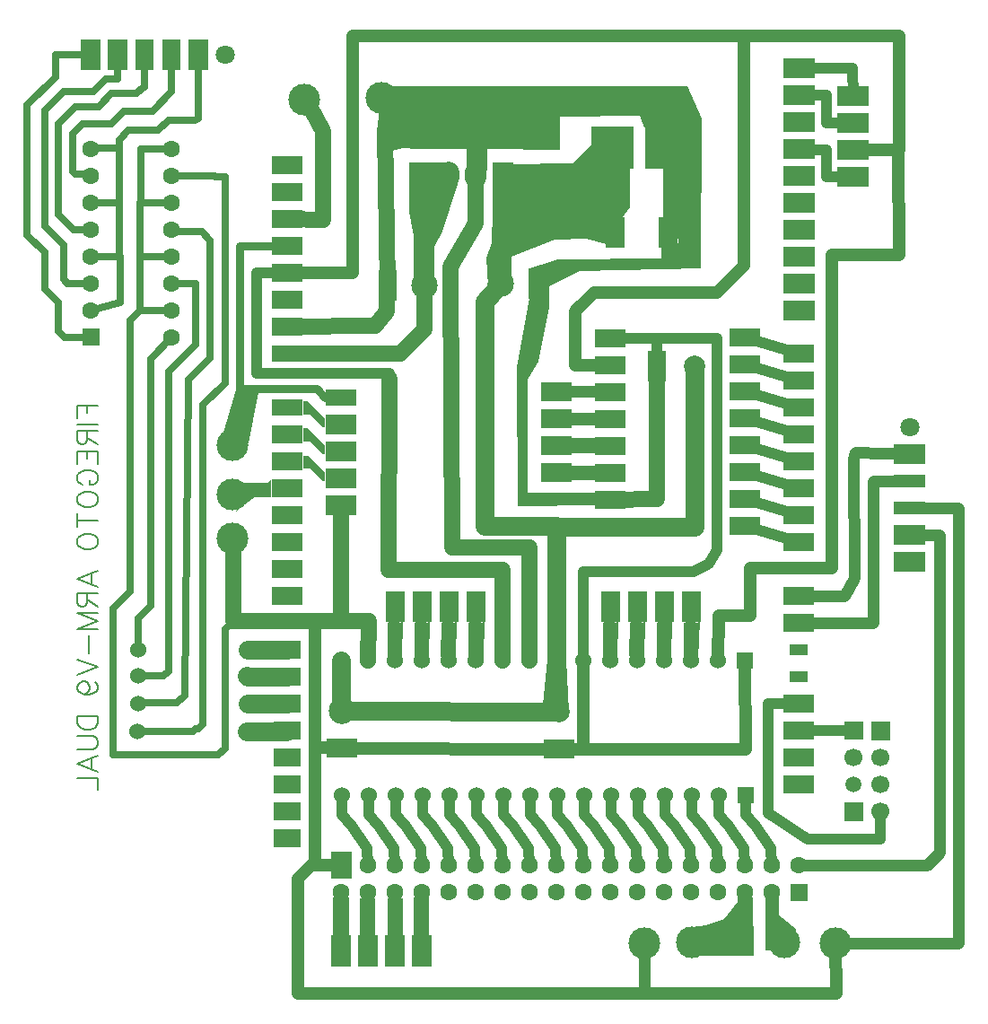
<source format=gbl>
G04 Layer: BottomLayer*
G04 EasyEDA v6.4.19.5, 2021-04-28T11:36:21--3:00*
G04 a7b3d4a08c6744a69a75d88212847143,e32968b322094deeae1279e20ae9dd51,10*
G04 Gerber Generator version 0.2*
G04 Scale: 100 percent, Rotated: No, Reflected: No *
G04 Dimensions in millimeters *
G04 leading zeros omitted , absolute positions ,4 integer and 5 decimal *
%FSLAX45Y45*%
%MOMM*%

%ADD11C,1.1000*%
%ADD12C,1.2000*%
%ADD14C,3.0000*%
%ADD15C,1.5240*%
%ADD16C,2.5000*%
%ADD17R,1.8000X2.9000*%
%ADD19C,1.7000*%
%ADD22C,1.5000*%
%ADD23R,2.9000X1.8000*%
%ADD24C,2.0000*%
%ADD26R,2.9000X1.5000*%
%ADD27R,1.8000X1.1000*%
%ADD28R,2.5000X1.8000*%
%ADD29C,1.8000*%
%ADD33C,1.6000*%
%ADD34C,0.7000*%
%ADD35C,0.8000*%
%ADD36C,1.0000*%
%ADD37C,0.2032*%

%LPD*%
D37*
X48637355Y4330890D02*
G01*
X48831317Y4330890D01*
X48637355Y4330890D02*
G01*
X48637355Y4210817D01*
X48729717Y4330890D02*
G01*
X48729717Y4256999D01*
X48637355Y4149857D02*
G01*
X48831317Y4149857D01*
X48637355Y4088897D02*
G01*
X48831317Y4088897D01*
X48637355Y4088897D02*
G01*
X48637355Y4005770D01*
X48646590Y3978061D01*
X48655825Y3968826D01*
X48674299Y3959588D01*
X48692772Y3959588D01*
X48711246Y3968826D01*
X48720481Y3978061D01*
X48729717Y4005770D01*
X48729717Y4088897D01*
X48729717Y4024243D02*
G01*
X48831317Y3959588D01*
X48637355Y3898628D02*
G01*
X48831317Y3898628D01*
X48637355Y3898628D02*
G01*
X48637355Y3778554D01*
X48729717Y3898628D02*
G01*
X48729717Y3824737D01*
X48831317Y3898628D02*
G01*
X48831317Y3778554D01*
X48683537Y3579050D02*
G01*
X48665063Y3588285D01*
X48646590Y3606759D01*
X48637355Y3625232D01*
X48637355Y3662177D01*
X48646590Y3680650D01*
X48665063Y3699123D01*
X48683537Y3708359D01*
X48711246Y3717594D01*
X48757425Y3717594D01*
X48785137Y3708359D01*
X48803608Y3699123D01*
X48822081Y3680650D01*
X48831317Y3662177D01*
X48831317Y3625232D01*
X48822081Y3606759D01*
X48803608Y3588285D01*
X48785137Y3579050D01*
X48757425Y3579050D01*
X48757425Y3625232D02*
G01*
X48757425Y3579050D01*
X48637355Y3462672D02*
G01*
X48646590Y3481146D01*
X48665063Y3499617D01*
X48683537Y3508855D01*
X48711246Y3518090D01*
X48757425Y3518090D01*
X48785137Y3508855D01*
X48803608Y3499617D01*
X48822081Y3481146D01*
X48831317Y3462672D01*
X48831317Y3425725D01*
X48822081Y3407255D01*
X48803608Y3388781D01*
X48785137Y3379546D01*
X48757425Y3370308D01*
X48711246Y3370308D01*
X48683537Y3379546D01*
X48665063Y3388781D01*
X48646590Y3407255D01*
X48637355Y3425725D01*
X48637355Y3462672D01*
X48637355Y3244695D02*
G01*
X48831317Y3244695D01*
X48637355Y3309348D02*
G01*
X48637355Y3180039D01*
X48637355Y3063661D02*
G01*
X48646590Y3082135D01*
X48665063Y3100605D01*
X48683537Y3109843D01*
X48711246Y3119079D01*
X48757425Y3119079D01*
X48785137Y3109843D01*
X48803608Y3100605D01*
X48822081Y3082135D01*
X48831317Y3063661D01*
X48831317Y3026714D01*
X48822081Y3008243D01*
X48803608Y2989770D01*
X48785137Y2980535D01*
X48757425Y2971297D01*
X48711246Y2971297D01*
X48683537Y2980535D01*
X48665063Y2989770D01*
X48646590Y3008243D01*
X48637355Y3026714D01*
X48637355Y3063661D01*
X48637355Y2694205D02*
G01*
X48831317Y2768097D01*
X48637355Y2694205D02*
G01*
X48831317Y2620314D01*
X48766663Y2740388D02*
G01*
X48766663Y2648026D01*
X48637355Y2559354D02*
G01*
X48831317Y2559354D01*
X48637355Y2559354D02*
G01*
X48637355Y2476228D01*
X48646590Y2448519D01*
X48655825Y2439283D01*
X48674299Y2430045D01*
X48692772Y2430045D01*
X48711246Y2439283D01*
X48720481Y2448519D01*
X48729717Y2476228D01*
X48729717Y2559354D01*
X48729717Y2494701D02*
G01*
X48831317Y2430045D01*
X48637355Y2369085D02*
G01*
X48831317Y2369085D01*
X48637355Y2369085D02*
G01*
X48831317Y2295194D01*
X48637355Y2221306D02*
G01*
X48831317Y2295194D01*
X48637355Y2221306D02*
G01*
X48831317Y2221306D01*
X48748190Y2160346D02*
G01*
X48748190Y1994090D01*
X48637355Y1933130D02*
G01*
X48831317Y1859239D01*
X48637355Y1785348D02*
G01*
X48831317Y1859239D01*
X48702008Y1604314D02*
G01*
X48729717Y1613552D01*
X48748190Y1632026D01*
X48757425Y1659735D01*
X48757425Y1668970D01*
X48748190Y1696679D01*
X48729717Y1715152D01*
X48702008Y1724388D01*
X48692772Y1724388D01*
X48665063Y1715152D01*
X48646590Y1696679D01*
X48637355Y1668970D01*
X48637355Y1659735D01*
X48646590Y1632026D01*
X48665063Y1613552D01*
X48702008Y1604314D01*
X48748190Y1604314D01*
X48794372Y1613552D01*
X48822081Y1632026D01*
X48831317Y1659735D01*
X48831317Y1678205D01*
X48822081Y1705914D01*
X48803608Y1715152D01*
X48637355Y1401114D02*
G01*
X48831317Y1401114D01*
X48637355Y1401114D02*
G01*
X48637355Y1336461D01*
X48646590Y1308752D01*
X48665063Y1290279D01*
X48683537Y1281043D01*
X48711246Y1271805D01*
X48757425Y1271805D01*
X48785137Y1281043D01*
X48803608Y1290279D01*
X48822081Y1308752D01*
X48831317Y1336461D01*
X48831317Y1401114D01*
X48637355Y1210845D02*
G01*
X48775899Y1210845D01*
X48803608Y1201610D01*
X48822081Y1183137D01*
X48831317Y1155428D01*
X48831317Y1136954D01*
X48822081Y1109245D01*
X48803608Y1090775D01*
X48775899Y1081537D01*
X48637355Y1081537D01*
X48637355Y946685D02*
G01*
X48831317Y1020577D01*
X48637355Y946685D02*
G01*
X48831317Y872794D01*
X48766663Y992868D02*
G01*
X48766663Y900506D01*
X48637355Y811834D02*
G01*
X48831317Y811834D01*
X48831317Y811834D02*
G01*
X48831317Y700999D01*
G36*
X50768199Y4365294D02*
G01*
X50768199Y4245965D01*
X50770790Y4243374D01*
X50831699Y4243374D01*
X50953568Y4121454D01*
X50971399Y4121454D01*
X50971399Y4205274D01*
X50811379Y4365294D01*
G37*
G36*
X50461367Y3630574D02*
G01*
X50432309Y3601516D01*
X50087580Y3601516D01*
X50063806Y3586378D01*
X50195480Y3526688D01*
X50197410Y3467455D01*
X50196699Y3457194D01*
X50134316Y3331718D01*
X50215393Y3394201D01*
X50319889Y3469081D01*
X50321667Y3467303D01*
X50461367Y3467303D01*
G37*
G36*
X51637895Y2307488D02*
G01*
X51563879Y2276500D01*
X51562812Y1960473D01*
X51649172Y1973173D01*
X51701192Y1949094D01*
X51711402Y2293772D01*
X51686002Y2279294D01*
X51655218Y2291994D01*
G37*
G36*
X54898798Y-313690D02*
G01*
X54739286Y-516890D01*
X54569360Y-575106D01*
X54368395Y-603605D01*
X54375812Y-694994D01*
X54565092Y-601929D01*
X54575202Y-602132D01*
X54597096Y-600405D01*
X54939387Y-688035D01*
G37*
G36*
X55241088Y-467614D02*
G01*
X55239767Y-550214D01*
X55227067Y-665734D01*
X55353610Y-674725D01*
X55429099Y-621334D01*
G37*
G36*
X51890879Y2310180D02*
G01*
X51816863Y2279192D01*
X51815796Y1963216D01*
X51902207Y1975916D01*
X51954226Y1951837D01*
X51964386Y2296515D01*
X51938986Y2281986D01*
X51908202Y2294686D01*
G37*
G36*
X52142390Y2306370D02*
G01*
X52068374Y2275382D01*
X52067307Y1959406D01*
X52153667Y1972106D01*
X52205686Y1948027D01*
X52215897Y2292705D01*
X52190497Y2278176D01*
X52159712Y2290876D01*
G37*
G36*
X52403603Y2309164D02*
G01*
X52329587Y2278176D01*
X52328521Y1962200D01*
X52414881Y1974900D01*
X52466900Y1950821D01*
X52477111Y2295499D01*
X52451711Y2280970D01*
X52420875Y2293670D01*
G37*
G36*
X53670504Y2309774D02*
G01*
X53596489Y2278786D01*
X53595371Y1962810D01*
X53681782Y1975510D01*
X53733801Y1951431D01*
X53743961Y2296109D01*
X53718561Y2281580D01*
X53687776Y2294280D01*
G37*
G36*
X53920694Y2309774D02*
G01*
X53846679Y2278786D01*
X53845612Y1962810D01*
X53931972Y1975510D01*
X53983991Y1951431D01*
X53994202Y2296109D01*
X53968802Y2281580D01*
X53938017Y2294280D01*
G37*
G36*
X54176015Y2311095D02*
G01*
X54102000Y2280107D01*
X54100882Y1964080D01*
X54187293Y1976831D01*
X54239312Y1952701D01*
X54249472Y2297379D01*
X54224072Y2282901D01*
X54193287Y2295601D01*
G37*
G36*
X54434689Y2304897D02*
G01*
X54360673Y2273909D01*
X54359606Y1957882D01*
X54445966Y1970633D01*
X54497986Y1946503D01*
X54508196Y2291181D01*
X54482796Y2276703D01*
X54452012Y2289403D01*
G37*
G36*
X50769012Y4113479D02*
G01*
X50769012Y3994200D01*
X50771602Y3991610D01*
X50832512Y3991610D01*
X50954381Y3869690D01*
X50972212Y3869690D01*
X50972212Y3953510D01*
X50812192Y4113479D01*
G37*
G36*
X50771399Y3856583D02*
G01*
X50771399Y3737305D01*
X50773990Y3734714D01*
X50834899Y3734714D01*
X50956768Y3612794D01*
X50974599Y3612794D01*
X50974599Y3696614D01*
X50814579Y3856583D01*
G37*
G36*
X53070404Y1934006D02*
G01*
X53027376Y1509979D01*
X53185466Y1516481D01*
X53275077Y1444193D01*
X53249677Y1924710D01*
X53216708Y1875891D01*
X53179573Y1863191D01*
X53147010Y1863394D01*
G37*
G36*
X54390798Y7340701D02*
G01*
X51579678Y7337094D01*
X51522884Y7257592D01*
X51618489Y7198410D01*
X51572007Y6973773D01*
X51576986Y6720382D01*
X51712266Y6753402D01*
X51845108Y6750812D01*
X52307388Y6746392D01*
X52306016Y6556705D01*
X52501088Y6544970D01*
X52502714Y6744462D01*
X53189581Y6743700D01*
X53192984Y7055967D01*
X53942894Y7059675D01*
X53987293Y6950608D01*
X54388105Y6934911D01*
X54374491Y6579108D01*
X54163264Y6578092D01*
X54160369Y6094577D01*
X54291077Y6089396D01*
X54299307Y5939790D01*
X54306012Y5855208D01*
X54144265Y5853176D01*
X54148380Y5717794D01*
X53174087Y5707075D01*
X52878685Y5617006D01*
X53053488Y5602376D01*
X53065984Y5377586D01*
X52899767Y5341010D01*
X52784400Y4690770D01*
X52788769Y3382568D01*
X53526994Y3382975D01*
X53529788Y3504184D01*
X52884882Y3504184D01*
X52888692Y4570577D01*
X52985771Y4741011D01*
X53086711Y5251602D01*
X53087879Y5454904D01*
X53375661Y5592876D01*
X54522166Y5623204D01*
X54531971Y7037882D01*
G37*
G36*
X52106322Y6622084D02*
G01*
X51765301Y6621678D01*
X51766216Y6157163D01*
X51814018Y5925108D01*
X51809802Y5532069D01*
X52002690Y5551474D01*
X52008786Y5824880D01*
X52083614Y5971286D01*
X52226870Y6418986D01*
X52082598Y6407810D01*
X52060602Y6500774D01*
G37*
G36*
X53519984Y6815378D02*
G01*
X53304694Y6609689D01*
X52702409Y6604863D01*
X52748383Y6515100D01*
X52726386Y6430010D01*
X52636166Y6401104D01*
X52553311Y6466586D01*
X52551990Y6154470D01*
X52550212Y5863386D01*
X52499005Y5723280D01*
X52511198Y5456682D01*
X52566976Y5560314D01*
X52732889Y5513273D01*
X52734514Y5734304D01*
X53143404Y5894273D01*
X53434792Y5899302D01*
X53632506Y5852312D01*
X53641396Y6092901D01*
X53770580Y6099810D01*
X53848914Y6200597D01*
X53848101Y6569506D01*
X53495905Y6598412D01*
G37*
G36*
X50139803Y4505909D02*
G01*
X49988622Y3984904D01*
X50102109Y4082287D01*
X50154128Y4058208D01*
X50249785Y3968292D01*
X50345492Y4450689D01*
X50152401Y4473092D01*
G37*
D22*
X51565771Y7120524D02*
G01*
X51540371Y6906905D01*
X51562980Y5460377D01*
D12*
X50619596Y5575985D02*
G01*
X51233585Y5575985D01*
X51233585Y7811391D01*
X56389785Y7811391D01*
X56389785Y6739387D01*
D34*
X49807875Y5967984D02*
G01*
X49890934Y5884926D01*
X49890934Y4772660D01*
X49688750Y4570476D01*
X49650650Y1593342D01*
X49577752Y1520444D01*
X49212500Y1520444D01*
X49209706Y1517395D01*
X49936400Y6488937D02*
G01*
X50028856Y6488937D01*
X50028856Y4542281D01*
X49823116Y4338065D01*
X49823116Y1321054D01*
X49780698Y1278636D01*
X49752758Y1278636D01*
X49724818Y1250695D01*
X49205134Y1250950D01*
X50108104Y2297684D02*
G01*
X50105309Y2297684D01*
X50029109Y2221484D01*
X50029109Y1092200D01*
X49968404Y1031494D01*
X48971200Y1031494D01*
X48971200Y2414523D01*
X49131220Y2574289D01*
X49131220Y5127497D01*
X49223675Y5220207D01*
X49207674Y1775460D02*
G01*
X49449482Y1775460D01*
X49494948Y1820926D01*
X49494948Y4644389D01*
X49647348Y4797044D01*
X48764952Y5225034D02*
G01*
X49039002Y5298688D01*
X49041558Y5733034D01*
X48764952Y5733034D01*
X48762805Y7635087D02*
G01*
X48431203Y7635087D01*
X48431203Y7429586D01*
X48164003Y7162385D01*
X48164003Y5936289D01*
X48329603Y5770689D01*
X48329603Y5427789D01*
X48456603Y5300789D01*
X48456603Y5031188D01*
X48516905Y4970886D01*
X48764901Y4970886D01*
X49016920Y7634986D02*
G01*
X49016920Y7409179D01*
X48906429Y7409179D01*
X48791368Y7294118D01*
X48508920Y7294118D01*
X48328579Y7113778D01*
X48328579Y6022594D01*
X48507141Y5843778D01*
X48507141Y5518150D01*
X48544479Y5480812D01*
X48764952Y5479034D01*
X49270920Y7634986D02*
G01*
X49270920Y7334504D01*
X49262029Y7334504D01*
X49197768Y7270242D01*
X48960786Y7270242D01*
X48838866Y7148068D01*
X48618648Y7148068D01*
X48459390Y6989063D01*
X48459390Y6128765D01*
X48601629Y5986526D01*
X48764952Y5987034D01*
X49524805Y7635087D02*
G01*
X49524805Y7285888D01*
X49342202Y7103285D01*
X49074603Y7103285D01*
X48959503Y6988185D01*
X48685500Y6988185D01*
X48591901Y6894586D01*
X48591901Y6536687D01*
X48620502Y6508087D01*
X48751726Y6508087D01*
X48764901Y6494912D01*
X49032159Y6754113D02*
G01*
X49032159Y6837045D01*
X49120201Y6925086D01*
X49400901Y6925086D01*
X49494500Y7018685D01*
X49742001Y7018685D01*
X49778805Y7035180D01*
X49778805Y7635087D01*
X49647348Y4797044D02*
G01*
X49754790Y4904486D01*
X49754790Y5479034D01*
X49526952Y5479034D01*
X48928782Y5731510D02*
G01*
X49036986Y5731510D01*
X49036986Y6241034D01*
X48764952Y6241034D01*
X48928782Y6239510D02*
G01*
X49032159Y6239510D01*
X49032159Y6754113D01*
X48770286Y6754113D01*
X48764952Y6749034D01*
X49236375Y6236207D02*
G01*
X49236375Y6749034D01*
X49526952Y6749034D01*
X49223675Y5731763D02*
G01*
X49223675Y6241034D01*
X49526952Y6241034D01*
D35*
X51127406Y4403089D02*
G01*
X50974752Y4403089D01*
X50892456Y4485639D01*
X50164491Y4485639D01*
X50164491Y5830062D01*
X50619659Y5830062D01*
D36*
X50619659Y5576062D02*
G01*
X50329591Y5576062D01*
X50329591Y4628642D01*
X51582320Y4628642D01*
D34*
X49212017Y2024682D02*
G01*
X49212017Y2322611D01*
X49325695Y2436291D01*
X49325695Y4769700D01*
X49526901Y4970906D01*
X49807799Y5967989D02*
G01*
X49545819Y5967989D01*
X49526901Y5986906D01*
X49936300Y6488887D02*
G01*
X49930281Y6494906D01*
X49526901Y6494906D01*
X49446903Y5220207D02*
G01*
X49223797Y5220207D01*
X49223797Y5731885D01*
X49525880Y5731885D01*
X49526901Y5732906D01*
D35*
X50087022Y3060954D02*
G01*
X50100229Y3074162D01*
D29*
X54457810Y4702190D02*
G01*
X54457564Y3187585D01*
X53667360Y3187585D01*
X53158344Y1920382D02*
G01*
X53159621Y3187585D01*
X53667360Y3187585D01*
X51131180Y1444386D02*
G01*
X53182479Y1437782D01*
X51126344Y1920382D02*
G01*
X51126344Y1449212D01*
X51131180Y1444386D01*
D36*
X55445360Y1260744D02*
G01*
X55737968Y1260490D01*
X55960182Y1261998D01*
X54935290Y4968290D02*
G01*
X55445385Y4816889D01*
D22*
X52398190Y6499588D02*
G01*
X52397286Y6045992D01*
X52160995Y5635691D01*
X52173385Y2986097D01*
X52904887Y2986097D01*
X52904293Y1920394D01*
D12*
X54682293Y1920394D02*
G01*
X54692588Y2348796D01*
X54987080Y2345298D01*
X54988581Y2795597D01*
X55759586Y2796496D01*
X55758184Y5751294D01*
X56389178Y5750593D01*
X56380075Y6739387D01*
X55954775Y6740182D01*
D36*
X55445360Y1514744D02*
G01*
X55151995Y1512712D01*
X55155553Y482993D01*
X55522776Y233700D01*
X56215681Y233304D01*
X56216786Y498200D01*
D22*
X51912987Y5460377D02*
G01*
X51912987Y5043312D01*
X51683879Y4813947D01*
X50619621Y4813947D01*
D36*
X54935290Y4714290D02*
G01*
X55445385Y4562889D01*
X54935290Y4460290D02*
G01*
X55445385Y4308889D01*
X54935290Y4206290D02*
G01*
X55445385Y4054889D01*
X54935290Y3952290D02*
G01*
X55445385Y3800889D01*
X54935290Y3698290D02*
G01*
X55445385Y3546889D01*
X54935290Y3190290D02*
G01*
X55445385Y3038889D01*
X51128886Y651654D02*
G01*
X51129145Y466232D01*
X51218294Y369966D01*
X51372493Y151803D01*
X51381360Y-8999D01*
X51382797Y651598D02*
G01*
X51383046Y466183D01*
X51472208Y369915D01*
X51626394Y151752D01*
X51635273Y-9055D01*
X51636797Y651598D02*
G01*
X51637046Y466183D01*
X51726208Y369915D01*
X51880394Y151752D01*
X51889273Y-9055D01*
X51890797Y651598D02*
G01*
X51891046Y466183D01*
X51980208Y369915D01*
X52134394Y151752D01*
X52143273Y-9055D01*
X52144797Y651598D02*
G01*
X52145046Y466183D01*
X52234208Y369915D01*
X52388394Y151752D01*
X52397273Y-9055D01*
X52398797Y651598D02*
G01*
X52399046Y466183D01*
X52488208Y369915D01*
X52642394Y151752D01*
X52651273Y-9055D01*
X52652797Y651598D02*
G01*
X52653046Y466183D01*
X52742208Y369915D01*
X52896394Y151752D01*
X52905273Y-9055D01*
X52906797Y651598D02*
G01*
X52907046Y466183D01*
X52996208Y369915D01*
X53150394Y151752D01*
X53159273Y-9055D01*
X53160797Y651598D02*
G01*
X53161046Y466183D01*
X53250208Y369915D01*
X53404394Y151752D01*
X53413273Y-9055D01*
X53414797Y651598D02*
G01*
X53415046Y466183D01*
X53504208Y369915D01*
X53658394Y151752D01*
X53667273Y-9055D01*
X53922797Y651598D02*
G01*
X53923046Y466183D01*
X54012208Y369915D01*
X54166394Y151752D01*
X54175273Y-9055D01*
X54176797Y651598D02*
G01*
X54177046Y466183D01*
X54266208Y369915D01*
X54420394Y151752D01*
X54429273Y-9055D01*
X54430797Y651598D02*
G01*
X54431046Y466183D01*
X54520208Y369915D01*
X54674394Y151752D01*
X54683273Y-9055D01*
X54684797Y651598D02*
G01*
X54685046Y466183D01*
X54774208Y369915D01*
X54928394Y151752D01*
X54937273Y-9055D01*
X54938797Y651598D02*
G01*
X54939046Y466183D01*
X55028208Y369915D01*
X55182394Y151752D01*
X55191273Y-9055D01*
X53668797Y651598D02*
G01*
X53669046Y466183D01*
X53758208Y369915D01*
X53912394Y151752D01*
X53921273Y-9055D01*
X55446896Y7509388D02*
G01*
X55952478Y7508587D01*
X55954775Y7248182D01*
X55446886Y7255400D02*
G01*
X55703180Y7255400D01*
X55704445Y6995050D01*
X55954886Y6994286D01*
X55446896Y6747388D02*
G01*
X55704084Y6743692D01*
X55704084Y6484686D01*
X55954775Y6486182D01*
D22*
X50619596Y6083985D02*
G01*
X50952090Y6082294D01*
X50953888Y6920090D01*
X50847688Y7117087D01*
D36*
X54935290Y3444290D02*
G01*
X55445385Y3292889D01*
D22*
X50110344Y2949336D02*
G01*
X50108098Y2297798D01*
X51124060Y2296805D01*
D12*
X54936344Y1920382D02*
G01*
X54943461Y1084719D01*
X53182479Y1087770D01*
X53412344Y1920382D02*
G01*
X53413111Y1090559D01*
D22*
X50619621Y5067947D02*
G01*
X51441822Y5077094D01*
X51559929Y5211709D01*
X51562980Y5460377D01*
X52650293Y1920394D02*
G01*
X52650293Y2777799D01*
X51573485Y2777799D01*
X51573485Y2777799D02*
G01*
X51582391Y4582894D01*
D12*
X53667360Y4711585D02*
G01*
X53332087Y4711585D01*
X53332087Y5217050D01*
X53379588Y5264543D01*
X53382887Y5264543D01*
X53508102Y5389765D01*
X54669903Y5389765D01*
X54923903Y5643765D01*
X54923903Y7811401D01*
D11*
X55445472Y2276800D02*
G01*
X56148884Y2276800D01*
X56148884Y3611895D01*
X56152270Y3615281D01*
X56488286Y3615281D01*
X55445472Y2530800D02*
G01*
X55869893Y2530800D01*
X55964188Y2704998D01*
X55959486Y3837691D01*
X55978488Y3889291D01*
X56488286Y3869281D01*
X55445360Y-8999D02*
G01*
X56653137Y-8999D01*
X56774036Y111650D01*
X56774036Y3104019D01*
X56770737Y3107324D01*
X56488286Y3107324D01*
X53983087Y-743318D02*
G01*
X53983087Y-1216771D01*
X56488286Y3361324D02*
G01*
X56952852Y3361324D01*
X56952852Y-746871D01*
X55792080Y-745855D01*
D12*
X50880690Y-11498D02*
G01*
X50844996Y-11498D01*
X50721691Y-134797D01*
X50721691Y-1216698D01*
X55801679Y-1216698D01*
X55790777Y-744595D01*
X55792067Y-745817D01*
X51131180Y1094374D02*
G01*
X53182479Y1087770D01*
X51131180Y1094374D02*
G01*
X50899392Y1096898D01*
X50881732Y2297048D02*
G01*
X50880690Y-11498D01*
X51127398Y-9088D01*
D22*
X51127398Y3387089D02*
G01*
X51124086Y2296800D01*
X51383097Y2296800D01*
X51380293Y1920394D01*
X53667360Y3441585D02*
G01*
X54107803Y3443620D01*
X54107803Y4702190D01*
D36*
X54107880Y4702284D02*
G01*
X54107880Y4965585D01*
X53667360Y4965585D02*
G01*
X54673710Y4965585D01*
X54675483Y2961596D01*
X54596680Y2837698D01*
X54454785Y2759600D01*
X53408287Y2762897D01*
X53410185Y1919000D01*
X53410482Y1921299D01*
D29*
X52628502Y5474347D02*
G01*
X52476090Y5311889D01*
X52479661Y5068201D01*
X52479661Y3192919D01*
X53159621Y3192919D01*
X50239625Y1517395D02*
G01*
X50617097Y1517395D01*
X50619596Y1514896D01*
X50235231Y1250899D02*
G01*
X50609599Y1250899D01*
X50619596Y1260896D01*
X50242038Y2024684D02*
G01*
X50617808Y2024684D01*
X50619596Y2022896D01*
X50237821Y1775510D02*
G01*
X50244435Y1768896D01*
X50619596Y1768896D01*
G36*
X53301391Y4513376D02*
G01*
X53533700Y4513376D01*
X53533700Y4402785D01*
X53301391Y4402785D01*
G37*
G36*
X53299614Y4255795D02*
G01*
X53546425Y4255795D01*
X53546425Y4139692D01*
X53299614Y4139692D01*
G37*
G36*
X53290800Y4019575D02*
G01*
X53541193Y4019575D01*
X53541193Y3876268D01*
X53290800Y3876268D01*
G37*
G36*
X53279903Y3761994D02*
G01*
X53559303Y3761994D01*
X53559303Y3620490D01*
X53279903Y3620490D01*
G37*
G36*
X54864889Y-313715D02*
G01*
X55013885Y-313715D01*
X55013885Y-747217D01*
X54864889Y-747217D01*
G37*
G36*
X54488994Y-584606D02*
G01*
X55017289Y-584606D01*
X55017289Y-862304D01*
X54488994Y-862304D01*
G37*
G36*
X55128007Y-310997D02*
G01*
X55256709Y-310997D01*
X55256709Y-815594D01*
X55128007Y-815594D01*
G37*
G36*
X51050113Y-310794D02*
G01*
X51202107Y-310794D01*
X51202107Y-733907D01*
X51050113Y-733907D01*
G37*
G36*
X51305612Y-319074D02*
G01*
X51448512Y-319074D01*
X51448512Y-714984D01*
X51305612Y-714984D01*
G37*
G36*
X51565302Y-317982D02*
G01*
X51708202Y-317982D01*
X51708202Y-737488D01*
X51565302Y-737488D01*
G37*
G36*
X51813307Y-314477D02*
G01*
X51956208Y-314477D01*
X51956208Y-733983D01*
X51813307Y-733983D01*
G37*
D14*
G01*
X53983000Y-743280D03*
G01*
X54433012Y-733374D03*
G01*
X55305198Y-732993D03*
G01*
X55792090Y-745794D03*
G01*
X50779705Y7215606D03*
G01*
X51501598Y7228890D03*
G01*
X50100204Y3953814D03*
G01*
X50097410Y3484905D03*
G01*
X50100204Y3074212D03*
D15*
G01*
X50242038Y2024684D03*
G01*
X49212017Y2024684D03*
G01*
X50237821Y1775485D03*
G01*
X49207800Y1775485D03*
G01*
X50239625Y1517395D03*
G01*
X49209604Y1517395D03*
G01*
X50235231Y1250899D03*
G01*
X49205210Y1250899D03*
D16*
G01*
X52628495Y5474284D03*
D17*
G01*
X52978481Y5474284D03*
G36*
X54119884Y6107793D02*
G01*
X54299883Y6107793D01*
X54299883Y5817791D01*
X54119884Y5817791D01*
G37*
G36*
X53619885Y6107793D02*
G01*
X53799884Y6107793D01*
X53799884Y5817791D01*
X53619885Y5817791D01*
G37*
G36*
X52752261Y6374622D02*
G01*
X52552109Y6374622D01*
X52552109Y6624558D01*
X52752261Y6624558D01*
G37*
D19*
G01*
X56216702Y498220D03*
G36*
X56052679Y1175202D02*
G01*
X56052679Y1345201D01*
X55872679Y1345201D01*
X55872679Y1175202D01*
G37*
G36*
X56306684Y1170211D02*
G01*
X56306684Y1350210D01*
X56126684Y1350210D01*
X56126684Y1170211D01*
G37*
G01*
X55962702Y1006220D03*
G01*
X56216702Y1006220D03*
D22*
G01*
X55962702Y752220D03*
D19*
G01*
X56216702Y752220D03*
G36*
X56052684Y408211D02*
G01*
X56052684Y588210D01*
X55872684Y588210D01*
X55872684Y408211D01*
G37*
D16*
G01*
X51131317Y1444320D03*
G36*
X50986288Y1184295D02*
G01*
X51276290Y1184295D01*
X51276290Y1004293D01*
X50986288Y1004293D01*
G37*
D24*
G01*
X53182596Y1437919D03*
G36*
X53037585Y1177894D02*
G01*
X53327587Y1177894D01*
X53327587Y997892D01*
X53037585Y997892D01*
G37*
D16*
G01*
X51913129Y5460517D03*
D17*
G01*
X51563092Y5460492D03*
D24*
G01*
X54457904Y4702302D03*
D17*
G01*
X54107867Y4702302D03*
G36*
X53992485Y6961090D02*
G01*
X54392484Y6961090D01*
X54392484Y6561091D01*
X53992485Y6561091D01*
G37*
G36*
X53484485Y6961090D02*
G01*
X53884484Y6961090D01*
X53884484Y6561091D01*
X53484485Y6561091D01*
G37*
D26*
G01*
X51127406Y4403089D03*
G36*
X51272389Y3297097D02*
G01*
X51272389Y3477097D01*
X50982387Y3477097D01*
X50982387Y3297097D01*
G37*
G36*
X51272389Y3551097D02*
G01*
X51272389Y3731097D01*
X50982387Y3731097D01*
X50982387Y3551097D01*
G37*
G36*
X51272389Y3805097D02*
G01*
X51272389Y3985097D01*
X50982387Y3985097D01*
X50982387Y3805097D01*
G37*
G36*
X51272389Y4059097D02*
G01*
X51272389Y4239097D01*
X50982387Y4239097D01*
X50982387Y4059097D01*
G37*
D23*
G01*
X55445482Y752805D03*
G01*
X55445482Y2530805D03*
G01*
X55445482Y2276805D03*
D27*
G01*
X55445482Y2022805D03*
G01*
X55445482Y1768805D03*
D23*
G01*
X55445482Y1514805D03*
G01*
X55445482Y1260805D03*
G01*
X55445482Y1006805D03*
G01*
X53667482Y3187598D03*
G01*
X53667482Y4965598D03*
G01*
X53667482Y4711598D03*
G01*
X53667482Y4457598D03*
G01*
X53667482Y4203598D03*
G01*
X53667482Y3949598D03*
G01*
X53667482Y3695598D03*
G01*
X53667482Y3441598D03*
G01*
X55445380Y4816906D03*
G01*
X55445380Y3038906D03*
G01*
X55445380Y3292906D03*
G01*
X55445380Y3546906D03*
G01*
X55445380Y3800906D03*
G01*
X55445380Y4054906D03*
G01*
X55445380Y4308906D03*
G01*
X55445380Y4562906D03*
G01*
X54935272Y4968290D03*
G01*
X54935272Y3190290D03*
G01*
X54935272Y3444290D03*
G01*
X54935272Y3698290D03*
G01*
X54935272Y3952290D03*
G01*
X54935272Y4206290D03*
G01*
X54935272Y4460290D03*
G01*
X54935272Y4714290D03*
D28*
G01*
X50619583Y2022906D03*
G01*
X50619583Y244906D03*
G01*
X50619583Y498906D03*
G01*
X50619583Y752906D03*
G01*
X50619583Y1006906D03*
G01*
X50619583Y1260906D03*
G01*
X50619583Y1514906D03*
G01*
X50619583Y1768906D03*
D26*
G01*
X50619583Y4309186D03*
D23*
G01*
X50619583Y2531186D03*
G01*
X50619583Y2785186D03*
G01*
X50619583Y3039186D03*
G01*
X50619583Y3293186D03*
G01*
X50619583Y3547186D03*
G01*
X50619583Y3801186D03*
G01*
X50619583Y4055186D03*
G36*
X53302283Y4369894D02*
G01*
X53302283Y4549896D01*
X53012286Y4549896D01*
X53012286Y4369894D01*
G37*
G36*
X53302283Y3607894D02*
G01*
X53302283Y3787896D01*
X53012286Y3787896D01*
X53012286Y3607894D01*
G37*
G36*
X53302283Y3861894D02*
G01*
X53302283Y4041896D01*
X53012286Y4041896D01*
X53012286Y3861894D01*
G37*
G36*
X53302283Y4115894D02*
G01*
X53302283Y4295896D01*
X53012286Y4295896D01*
X53012286Y4115894D01*
G37*
G36*
X56633280Y2763296D02*
G01*
X56633280Y2943296D01*
X56343278Y2943296D01*
X56343278Y2763296D01*
G37*
D29*
G01*
X56488304Y4123283D03*
G36*
X56633280Y3779296D02*
G01*
X56633280Y3959296D01*
X56343278Y3959296D01*
X56343278Y3779296D01*
G37*
G36*
X56633280Y3555296D02*
G01*
X56633280Y3675296D01*
X56343278Y3675296D01*
X56343278Y3555296D01*
G37*
G36*
X56633280Y3301296D02*
G01*
X56633280Y3421296D01*
X56343278Y3421296D01*
X56343278Y3301296D01*
G37*
G36*
X56633280Y3017296D02*
G01*
X56633280Y3197296D01*
X56343278Y3197296D01*
X56343278Y3017296D01*
G37*
G36*
X55591882Y5133388D02*
G01*
X55591882Y5313385D01*
X55301880Y5313385D01*
X55301880Y5133388D01*
G37*
G36*
X55591882Y7419388D02*
G01*
X55591882Y7599385D01*
X55301880Y7599385D01*
X55301880Y7419388D01*
G37*
G36*
X55591882Y7165388D02*
G01*
X55591882Y7345385D01*
X55301880Y7345385D01*
X55301880Y7165388D01*
G37*
G36*
X55591882Y6911388D02*
G01*
X55591882Y7091385D01*
X55301880Y7091385D01*
X55301880Y6911388D01*
G37*
G36*
X55591882Y6657388D02*
G01*
X55591882Y6837385D01*
X55301880Y6837385D01*
X55301880Y6657388D01*
G37*
G36*
X55591882Y6403388D02*
G01*
X55591882Y6583385D01*
X55301880Y6583385D01*
X55301880Y6403388D01*
G37*
G36*
X55591882Y6149388D02*
G01*
X55591882Y6329385D01*
X55301880Y6329385D01*
X55301880Y6149388D01*
G37*
G36*
X55591882Y5895388D02*
G01*
X55591882Y6075385D01*
X55301880Y6075385D01*
X55301880Y5895388D01*
G37*
G36*
X55591882Y5641388D02*
G01*
X55591882Y5821385D01*
X55301880Y5821385D01*
X55301880Y5641388D01*
G37*
G36*
X55591882Y5387388D02*
G01*
X55591882Y5567385D01*
X55301880Y5567385D01*
X55301880Y5387388D01*
G37*
G36*
X54339683Y2282898D02*
G01*
X54519682Y2282898D01*
X54519682Y2572900D01*
X54339683Y2572900D01*
G37*
G36*
X53577683Y2282898D02*
G01*
X53757682Y2282898D01*
X53757682Y2572900D01*
X53577683Y2572900D01*
G37*
G36*
X53831683Y2282898D02*
G01*
X54011682Y2282898D01*
X54011682Y2572900D01*
X53831683Y2572900D01*
G37*
G36*
X54085683Y2282898D02*
G01*
X54265682Y2282898D01*
X54265682Y2572900D01*
X54085683Y2572900D01*
G37*
D15*
G01*
X51126313Y1920417D03*
G36*
X55012485Y1996600D02*
G01*
X54860085Y1996600D01*
X54860085Y1844200D01*
X55012485Y1844200D01*
G37*
G01*
X54682313Y1920417D03*
G01*
X54428313Y1920417D03*
G01*
X54174313Y1920417D03*
G01*
X53920313Y1920417D03*
G01*
X53666313Y1920417D03*
G01*
X53412313Y1920417D03*
G01*
X53158313Y1920417D03*
G01*
X52904313Y1920417D03*
G01*
X52650313Y1920417D03*
G01*
X52396313Y1920417D03*
G01*
X52142313Y1920417D03*
G01*
X51888313Y1920417D03*
G01*
X51634313Y1920417D03*
G01*
X51380313Y1920417D03*
G01*
X51128802Y651611D03*
G36*
X55014985Y727803D02*
G01*
X54862585Y727803D01*
X54862585Y575403D01*
X55014985Y575403D01*
G37*
G01*
X54684802Y651611D03*
G01*
X54430802Y651611D03*
G01*
X54176802Y651611D03*
G01*
X53922802Y651611D03*
G01*
X53668802Y651611D03*
G01*
X53414802Y651611D03*
G01*
X53160802Y651611D03*
G01*
X52906802Y651611D03*
G01*
X52652802Y651611D03*
G01*
X52398802Y651611D03*
G01*
X52144802Y651611D03*
G01*
X51890802Y651611D03*
G01*
X51636802Y651611D03*
G01*
X51382802Y651611D03*
G36*
X51027398Y115915D02*
G01*
X51227398Y115915D01*
X51227398Y-134086D01*
X51027398Y-134086D01*
G37*
G36*
X55525385Y-183095D02*
G01*
X55365385Y-183095D01*
X55365385Y-343095D01*
X55525385Y-343095D01*
G37*
D33*
G01*
X55445406Y-9067D03*
G01*
X55191406Y-263067D03*
G01*
X55191406Y-9067D03*
G01*
X54937406Y-263067D03*
G01*
X54937406Y-9067D03*
G01*
X54683406Y-263067D03*
G01*
X54683406Y-9067D03*
G01*
X54429406Y-263067D03*
G01*
X54429406Y-9067D03*
G01*
X54175406Y-263067D03*
G01*
X54175406Y-9067D03*
G01*
X53921406Y-263067D03*
G01*
X53921406Y-9067D03*
G01*
X53667406Y-263067D03*
G01*
X53667406Y-9067D03*
G01*
X53413406Y-263067D03*
G01*
X53413406Y-9067D03*
G01*
X53159406Y-263067D03*
G01*
X53159406Y-9067D03*
G01*
X52905406Y-263067D03*
G01*
X52905406Y-9067D03*
G01*
X52651406Y-263067D03*
G01*
X52651406Y-9067D03*
G01*
X52397406Y-263067D03*
G01*
X52397406Y-9067D03*
G01*
X52143406Y-263067D03*
G01*
X52143406Y-9067D03*
G01*
X51889406Y-263067D03*
G01*
X51889406Y-9067D03*
G01*
X51635406Y-263067D03*
G01*
X51635406Y-9067D03*
G01*
X51381406Y-263067D03*
G01*
X51381406Y-9067D03*
G01*
X51127406Y-263067D03*
G36*
X56099781Y7158189D02*
G01*
X56099781Y7338189D01*
X55809779Y7338189D01*
X55809779Y7158189D01*
G37*
G36*
X56099781Y6396189D02*
G01*
X56099781Y6576189D01*
X55809779Y6576189D01*
X55809779Y6396189D01*
G37*
G36*
X56099781Y6650189D02*
G01*
X56099781Y6830189D01*
X55809779Y6830189D01*
X55809779Y6650189D01*
G37*
G36*
X56099781Y6904189D02*
G01*
X56099781Y7084189D01*
X55809779Y7084189D01*
X55809779Y6904189D01*
G37*
D23*
G01*
X50619583Y6591985D03*
D26*
G01*
X50619583Y4813985D03*
D23*
G01*
X50619583Y5067985D03*
G01*
X50619583Y5321985D03*
G01*
X50619583Y5575985D03*
G01*
X50619583Y5829985D03*
G01*
X50619583Y6083985D03*
G01*
X50619583Y6337985D03*
G36*
X51795288Y-961186D02*
G01*
X51975288Y-961186D01*
X51975288Y-671187D01*
X51795288Y-671187D01*
G37*
G36*
X51033288Y-961186D02*
G01*
X51213288Y-961186D01*
X51213288Y-671187D01*
X51033288Y-671187D01*
G37*
G36*
X51287288Y-961186D02*
G01*
X51467288Y-961186D01*
X51467288Y-671187D01*
X51287288Y-671187D01*
G37*
G36*
X51541288Y-961186D02*
G01*
X51721288Y-961186D01*
X51721288Y-671187D01*
X51541288Y-671187D01*
G37*
G36*
X48684901Y4890889D02*
G01*
X48844898Y4890889D01*
X48844898Y5050889D01*
X48684901Y5050889D01*
G37*
D33*
G01*
X49526901Y4970906D03*
G01*
X49526901Y5224906D03*
G01*
X49526901Y5478906D03*
G01*
X49526901Y5732906D03*
G01*
X49526901Y5986906D03*
G01*
X49526901Y6240906D03*
G01*
X49526901Y6494906D03*
G01*
X49526901Y6748906D03*
G01*
X48764901Y6748906D03*
G01*
X48764901Y6494906D03*
G01*
X48764901Y6240906D03*
G01*
X48764901Y5986906D03*
G01*
X48764901Y5732906D03*
G01*
X48764901Y5478906D03*
G01*
X48764901Y5224906D03*
G36*
X48672800Y7490086D02*
G01*
X48852800Y7490086D01*
X48852800Y7780086D01*
X48672800Y7780086D01*
G37*
D29*
G01*
X50032793Y7635087D03*
G36*
X49688800Y7490086D02*
G01*
X49868800Y7490086D01*
X49868800Y7780086D01*
X49688800Y7780086D01*
G37*
D17*
G01*
X49524793Y7635087D03*
G01*
X49270793Y7635087D03*
G36*
X48926800Y7490086D02*
G01*
X49106800Y7490086D01*
X49106800Y7780086D01*
X48926800Y7780086D01*
G37*
G36*
X52309999Y2287595D02*
G01*
X52489999Y2287595D01*
X52489999Y2577597D01*
X52309999Y2577597D01*
G37*
G36*
X51547999Y2287595D02*
G01*
X51727999Y2287595D01*
X51727999Y2577597D01*
X51547999Y2577597D01*
G37*
G36*
X51801999Y2287595D02*
G01*
X51981999Y2287595D01*
X51981999Y2577597D01*
X51801999Y2577597D01*
G37*
G36*
X52055999Y2287595D02*
G01*
X52235999Y2287595D01*
X52235999Y2577597D01*
X52055999Y2577597D01*
G37*
D24*
X52398193Y6474604D02*
G01*
X52398193Y6524604D01*
X52144193Y6474604D02*
G01*
X52144193Y6524604D01*
M02*

</source>
